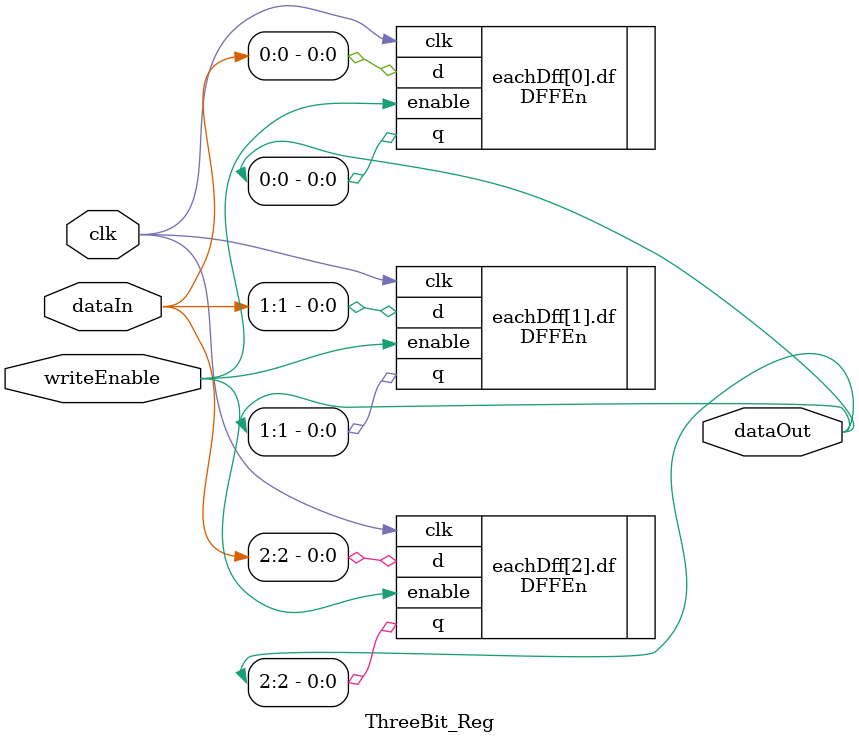
<source format=sv>
`timescale 1ns/10ps

module ThreeBit_Reg(dataOut, dataIn, writeEnable, clk);
	output logic [2:0] dataOut;
	input logic [2:0] dataIn;
	input logic writeEnable, clk;
	
	genvar i;
	generate
		for (i=0; i<3; i++) begin : eachDff
			DFFEn df (.q(dataOut[i]), .d(dataIn[i]), .enable(writeEnable), .clk);
		end
	endgenerate
endmodule
</source>
